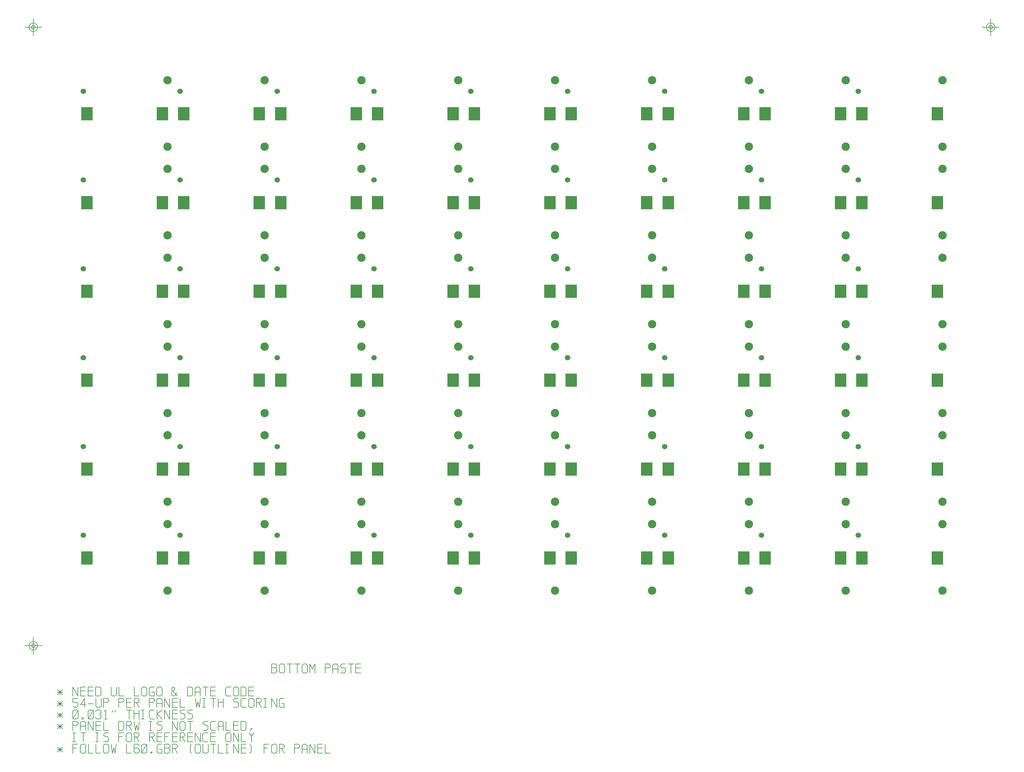
<source format=gbr>
*%FSLAX24Y24*%
%MOIN*%
%IPPOS*%
%ADD10R,0.03X0.03*%
%ADD11R,0.03X0.03*%
%ADD12R,0.0155X0.05*%
%ADD13C,0.05*%
%ADD14R,0.0394X0.0709*%
%AMD15*
21,1,0.0206,0.01,0.0,0.0,0.0*
21,1,0.0256,0.005,0.0,0.0,0.0*
1,1,0.005,0.0103,0.0025*
1,1,0.005,-0.0103,0.0025*
1,1,0.005,0.0103,-0.0025*
1,1,0.005,-0.0103,-0.0025*%
%ADD15D15*%
G04:---LTIenv:A015:17,0.0256,0.01,0.0025 *
%AMD16*
21,1,0.005,0.0256,0.0,0.0,0.0*
21,1,0.01,0.0206,0.0,0.0,0.0*
1,1,0.005,0.0025,0.0103*
1,1,0.005,-0.0025,0.0103*
1,1,0.005,0.0025,-0.0103*
1,1,0.005,-0.0025,-0.0103*%
%ADD16D16*%
G04:---LTIenv:A016:17,0.01,0.0256,0.0025 *
%AMD17*
4,1,8
,0.0049,0.0103
,0.0049,-0.0103
,0.0025,-0.0128
,-0.0025,-0.0128
,-0.0049,-0.0103
,-0.0049,0.0103
,-0.0025,0.0128
,0.0025,0.0128,0.0049,0.0103,0.0*%
%ADD17D17*%
%AMD18*
4,1,8
,-0.0103,0.0049
,0.0103,0.0049
,0.0128,0.0025
,0.0128,-0.0025
,0.0103,-0.0049
,-0.0103,-0.0049
,-0.0128,-0.0025
,-0.0128,0.0025,-0.0103,0.0049,0.0*%
%ADD18D18*%
%ADD19C,0.012*%
%ADD20C,0.02*%
%ADD21C,0.008*%
%ADD22C,0.01*%
%ADD23C,0.009*%
%ADD24C,0.15*%
%ADD25C,0.075*%
%ADD26C,0.15*%
%ADD27C,0.052*%
%ADD28R,0.062X0.04*%
%ADD29O,0.062X0.04*%
%ADD30C,0.026*%
%ADD31C,0.092*%
%ADD32C,0.06*%
%ADD33R,0.13X0.15*%
%AMD34*
1,1,0.1,0.0,0.0*
1,0,0.0875,0.0,0.0*
1,1,0.05,0.0,0.0*
1,0,0.0375,0.0,0.0*
20,1,0.0062,0.0,-0.0969,0.0,0.0969,0.0*
20,1,0.0062,-0.0969,0.0,0.0969,0.0,0.0*%
%ADD34D34*%
G04:---LTIenv:A034:6,0.2,6 *
%ADD35C,0.07*%
%ADD36R,0.038X0.038*%
%ADD37R,0.038X0.038*%
%ADD38R,0.0185X0.053*%
%ADD39C,0.1*%
%ADD40R,0.0474X0.0789*%
%AMD41*
21,1,0.0206,0.014,0.0,0.0,0.0*
21,1,0.0296,0.005,0.0,0.0,0.0*
1,1,0.009,0.0103,0.0025*
1,1,0.009,-0.0103,0.0025*
1,1,0.009,0.0103,-0.0025*
1,1,0.009,-0.0103,-0.0025*%
%ADD41D41*%
G04:---LTIenv:A041:17,0.0296,0.014,0.0045 *
%AMD42*
21,1,0.005,0.0296,0.0,0.0,0.0*
21,1,0.014,0.0206,0.0,0.0,0.0*
1,1,0.009,0.0025,0.0103*
1,1,0.009,-0.0025,0.0103*
1,1,0.009,0.0025,-0.0103*
1,1,0.009,-0.0025,-0.0103*%
%ADD42D42*%
G04:---LTIenv:A042:17,0.014,0.0296,0.0045 *
%AMD43*
4,1,8
,0.0069,0.0113
,0.0069,-0.0113
,0.0035,-0.0148
,-0.0035,-0.0148
,-0.0069,-0.0113
,-0.0069,0.0113
,-0.0035,0.0148
,0.0035,0.0148,0.0069,0.0113,0.0*%
%ADD43D43*%
%AMD44*
4,1,8
,-0.0113,0.0069
,0.0113,0.0069
,0.0148,0.0035
,0.0148,-0.0035
,0.0113,-0.0069
,-0.0113,-0.0069
,-0.0148,-0.0035
,-0.0148,0.0035,-0.0113,0.0069,0.0*%
%ADD44D44*%
%ADD45R,0.066X0.044*%
%ADD46O,0.066X0.044*%
%ADD48C,0.1*%
%ADD49R,0.138X0.158*%
%AMD55*
4,1,8
,0.0049,0.0103
,0.0049,-0.0103
,0.0025,-0.0128
,-0.0025,-0.0128
,-0.0049,-0.0103
,-0.0049,0.0103
,-0.0025,0.0128
,0.0025,0.0128,0.0049,0.0103,0.0*%
%ADD55D55*%
%AMD56*
4,1,8
,-0.0103,0.0049
,0.0103,0.0049
,0.0128,0.0025
,0.0128,-0.0025
,0.0103,-0.0049
,-0.0103,-0.0049
,-0.0128,-0.0025
,-0.0128,0.0025,-0.0103,0.0049,0.0*%
%ADD56D56*%
%ADD200C,0.002*%
%ADD901C,0.012*%
G04:---LTIenv:A901:15,0.012,1 *
%ADD902C,0.028*%
G04:---LTIenv:A902:15,0.028,2 *
%ADD903C,0.033*%
G04:---LTIenv:A903:15,0.033,3 *
%ADD904C,0.12*%
G04:---LTIenv:A904:15,0.12,4 *

%LPD*%
D21*X126Y-13839D2*X724Y-14382D1*X126D2*X724Y-13839D1*X126Y-14115D2*X724D1*X425Y-14382D2*Y-13839D1*X1858Y-13957D2*X2252D1*X1858Y-14532D2*Y-13532D1*X2402*X2693Y-13689D2*Y-14382D1*X2843Y-14532*X3142*X3291Y-14382*Y-13689*X3142Y-13532*X2843*X2693Y-13689*X4110Y-14532D2*X3567D1*Y-13532*X4961Y-14532D2*X4417D1*Y-13532*X5244Y-13689D2*Y-14382D1*X5394Y-14532*X5693*X5843Y-14382*Y-13689*X5693Y-13532*X5394*X5244Y-13689*X6685Y-13532D2*X6559Y-14532D1*X6409Y-13934*X6260Y-14532*X6110Y-13532*X8362Y-14532D2*X7819D1*Y-13532*X8646Y-13957D2*X9094D1*X9244Y-14115*Y-14382*X9094Y-14532*X8795*X8646Y-14335*Y-13689*X8795Y-13532*X9094*X9244Y-13689*X9488Y-14532D2*X10087Y-13532D1*X9638D2*X9488Y-13689D1*Y-14382*X9638Y-14532*X9937*X10087Y-14382*Y-13689*X9937Y-13532*X9638*X10504Y-14532D2*X10654D1*Y-14382*X10504*Y-14532*X11480Y-14083D2*X11756D1*Y-14532*X11354*X11205Y-14382*Y-13689*X11354Y-13532*X11756*X12039Y-13957D2*X12488D1*X12039Y-14532D2*X12488D1*X12638Y-14382*Y-14083*X12488Y-13957*X12638Y-13839*Y-13689*X12488Y-13532*X12039*Y-14532*X13173Y-13989D2*X13472Y-14532D1*X12929Y-13989D2*X13323D1*X13472Y-13839*Y-13689*X13323Y-13532*X12929*Y-14532*X15024D2*X14898Y-14382D1*Y-13689*X15024Y-13532*X15449Y-13689D2*Y-14382D1*X15598Y-14532*X15898*X16047Y-14382*Y-13689*X15898Y-13532*X15598*X15449Y-13689*X16906Y-13532D2*Y-14382D1*X16756Y-14532*X16457*X16307Y-14382*Y-13532*X17465Y-14532D2*Y-13532D1*X17165D2*X17764D1*X18567Y-14532D2*X18024D1*Y-13532*X18843Y-14532D2*X19142D1*X18992D2*Y-13532D1*X18843D2*X19142D1*X20283D2*Y-14532D1*X19709Y-13532*Y-14532*X20567Y-13957D2*X21118D1*Y-13532D2*X20567D1*Y-14532*X21118*X21543D2*X21693Y-14382D1*Y-13689*X21543Y-13532*X23118Y-13957D2*X23512D1*X23118Y-14532D2*Y-13532D1*X23661*X23953Y-13689D2*Y-14382D1*X24102Y-14532*X24402*X24551Y-14382*Y-13689*X24402Y-13532*X24102*X23953Y-13689*X25079Y-13989D2*X25378Y-14532D1*X24835Y-13989D2*X25228D1*X25378Y-13839*Y-13689*X25228Y-13532*X24835*Y-14532*X26520Y-13957D2*X26945D1*X27094Y-13808*Y-13689*X26945Y-13532*X26520*Y-14532*X27354Y-14083D2*X27929D1*Y-14532D2*Y-13689D1*X27780Y-13532*X27504*X27354Y-13689*Y-14532*X28787Y-13532D2*Y-14532D1*X28213Y-13532*Y-14532*X29071Y-13957D2*X29622D1*Y-13532D2*X29071D1*Y-14532*X29622*X30472D2*X29929D1*Y-13532*X126Y-7461D2*X724Y-8004D1*X126D2*X724Y-7461D1*X126Y-7737D2*X724D1*X425Y-8004D2*Y-7461D1*X2425Y-7154D2*Y-8154D1*X1850Y-7154*Y-8154*X2709Y-7579D2*X3260D1*Y-7154D2*X2709D1*Y-8154*X3260*X3559Y-7579D2*X4110D1*Y-7154D2*X3559D1*Y-8154*X4110*X4819D2*X4969Y-8004D1*Y-7311*X4819Y-7154*X4394*Y-8154*X4819*X6701Y-7154D2*Y-8004D1*X6551Y-8154*X6252*X6102Y-8004*Y-7154*X7512Y-8154D2*X6969D1*Y-7154*X9213Y-8154D2*X8669D1*Y-7154*X9496Y-7311D2*Y-8004D1*X9646Y-8154*X9945*X10094Y-8004*Y-7311*X9945Y-7154*X9646*X9496Y-7311*X10630Y-7705D2*X10906D1*Y-8154*X10504*X10354Y-8004*Y-7311*X10504Y-7154*X10906*X11197Y-7311D2*Y-8004D1*X11346Y-8154*X11646*X11795Y-8004*Y-7311*X11646Y-7154*X11346*X11197Y-7311*X13457Y-8154D2*X12858Y-7461D1*Y-7311*X13024Y-7154*X13181Y-7311*Y-7461*X12858Y-7705*Y-8004*X13008Y-8154*X13157*X13307Y-8036*Y-7886*X13457Y-7737*X15024Y-8154D2*X15173Y-8004D1*Y-7311*X15024Y-7154*X14598*Y-8154*X15024*X15449Y-7705D2*X16024D1*Y-8154D2*Y-7311D1*X15874Y-7154*X15598*X15449Y-7311*Y-8154*X16614D2*Y-7154D1*X16315D2*X16913D1*X17165Y-7579D2*X17717D1*Y-7154D2*X17165D1*Y-8154*X17717*X19433D2*X18984D1*X18835Y-8004*Y-7311*X18984Y-7154*X19433*X19701Y-7311D2*Y-8004D1*X19850Y-8154*X20150*X20299Y-8004*Y-7311*X20150Y-7154*X19850*X19701Y-7311*X20976Y-8154D2*X21126Y-8004D1*Y-7311*X20976Y-7154*X20551*Y-8154*X20976*X21417Y-7579D2*X21969D1*Y-7154D2*X21417D1*Y-8154*X21969*X126Y-8737D2*X724Y-9280D1*X126D2*X724Y-8737D1*X126Y-9012D2*X724D1*X425Y-9280D2*Y-8737D1*X2402Y-8430D2*X1850D1*Y-8855*X2252*X2402Y-9012*Y-9280*X2252Y-9430*X2000*X1850Y-9280*X3283Y-9130D2*X2709D1*X3134Y-8430*Y-9430*X3559Y-9012D2*X4110D1*X5000Y-8430D2*Y-9280D1*X4850Y-9430*X4551*X4402Y-9280*Y-8430*X5260Y-8855D2*X5685D1*X5835Y-8705*Y-8587*X5685Y-8430*X5260*Y-9430*X6961Y-8855D2*X7386D1*X7535Y-8705*Y-8587*X7386Y-8430*X6961*Y-9430*X7811Y-8855D2*X8362D1*Y-8430D2*X7811D1*Y-9430*X8362*X8921Y-8886D2*X9220Y-9430D1*X8677Y-8886D2*X9071D1*X9220Y-8737*Y-8587*X9071Y-8430*X8677*Y-9430*X10362Y-8855D2*X10787D1*X10937Y-8705*Y-8587*X10787Y-8430*X10362*Y-9430*X11197Y-8981D2*X11772D1*Y-9430D2*Y-8587D1*X11622Y-8430*X11346*X11197Y-8587*Y-9430*X12630Y-8430D2*Y-9430D1*X12055Y-8430*Y-9430*X12913Y-8855D2*X13465D1*Y-8430D2*X12913D1*Y-9430*X13465*X14315D2*X13772D1*Y-8430*X16039D2*X15913Y-9430D1*X15764Y-8831*X15614Y-9430*X15465Y-8430*X16291Y-9430D2*X16591D1*X16441D2*Y-8430D1*X16291D2*X16591D1*X17465Y-9430D2*Y-8430D1*X17165D2*X17764D1*X18000Y-8855D2*X18575D1*Y-9430D2*Y-8430D1*X18000Y-9430D2*Y-8430D1*X19724Y-9430D2*X20126D1*X20276Y-9280*Y-8981*X20126Y-8831*X19874*X19724Y-8682*Y-8587*X19874Y-8430*X20276*X21134Y-9430D2*X20685D1*X20535Y-9280*Y-8587*X20685Y-8430*X21134*X21402Y-8587D2*Y-9280D1*X21551Y-9430*X21850*X22000Y-9280*Y-8587*X21850Y-8430*X21551*X21402Y-8587*X22528Y-8886D2*X22827Y-9430D1*X22283Y-8886D2*X22677D1*X22827Y-8737*Y-8587*X22677Y-8430*X22283*Y-9430*X23094D2*X23394D1*X23244D2*Y-8430D1*X23094D2*X23394D1*X24535D2*Y-9430D1*X23961Y-8430*Y-9430*X25087Y-8981D2*X25362D1*Y-9430*X24961*X24811Y-9280*Y-8587*X24961Y-8430*X25362*X126Y-10012D2*X724Y-10556D1*X126D2*X724Y-10012D1*X126Y-10288D2*X724D1*X425Y-10556D2*Y-10012D1*X1835Y-10705D2*X2433Y-9705D1*X1984D2*X1835Y-9863D1*Y-10556*X1984Y-10705*X2283*X2433Y-10556*Y-9863*X2283Y-9705*X1984*X2850Y-10705D2*X3000D1*Y-10556*X2850*Y-10705*X3535D2*X4134Y-9705D1*X3685D2*X3535Y-9863D1*Y-10556*X3685Y-10705*X3984*X4134Y-10556*Y-9863*X3984Y-9705*X3685*X4362Y-10556D2*X4512Y-10705D1*X4819*X4969Y-10556*Y-10311*X4819Y-10162*X4969Y-10012*Y-9863*X4819Y-9705*X4512*X4362Y-9863*X5378Y-10705D2*X5677D1*X5528D2*Y-9705D1*X5378Y-9863*X6535Y-9957D2*Y-9705D1*X6236Y-9957D2*Y-9705D1*X8110Y-10705D2*Y-9705D1*X7811D2*X8409D1*X8646Y-10130D2*X9220D1*Y-10705D2*Y-9705D1*X8646Y-10705D2*Y-9705D1*X9488Y-10705D2*X9787D1*X9638D2*Y-9705D1*X9488D2*X9787D1*X10929Y-10705D2*X10480D1*X10331Y-10556*Y-9863*X10480Y-9705*X10929*X11220Y-10705D2*Y-9705D1*X11772Y-10705D2*X11220Y-10130D1*X11772Y-9705*X12630D2*Y-10705D1*X12055Y-9705*Y-10705*X12913Y-10130D2*X13465D1*Y-9705D2*X12913D1*Y-10705*X13465*X13772D2*X14173D1*X14323Y-10556*Y-10256*X14173Y-10107*X13921*X13772Y-9957*Y-9863*X13921Y-9705*X14323*X14622Y-10705D2*X15024D1*X15173Y-10556*Y-10256*X15024Y-10107*X14772*X14622Y-9957*Y-9863*X14772Y-9705*X15173*X126Y-11288D2*X724Y-11831D1*X126D2*X724Y-11288D1*X126Y-11563D2*X724D1*X425Y-11831D2*Y-11288D1*X1858Y-11406D2*X2283D1*X2433Y-11256*Y-11138*X2283Y-10981*X1858*Y-11981*X2693Y-11532D2*X3268D1*Y-11981D2*Y-11138D1*X3118Y-10981*X2843*X2693Y-11138*Y-11981*X4126Y-10981D2*Y-11981D1*X3551Y-10981*Y-11981*X4409Y-11406D2*X4961D1*Y-10981D2*X4409D1*Y-11981*X4961*X5811D2*X5268D1*Y-10981*X7370Y-11981D2*X7520Y-11831D1*Y-11138*X7370Y-10981*X6945*Y-11981*X7370*X8071Y-11437D2*X8370Y-11981D1*X7827Y-11437D2*X8220D1*X8370Y-11288*Y-11138*X8220Y-10981*X7827*Y-11981*X9236Y-10981D2*X9110Y-11981D1*X8961Y-11382*X8811Y-11981*X8661Y-10981*X10339Y-11981D2*X10638D1*X10488D2*Y-10981D1*X10339D2*X10638D1*X11220Y-11981D2*X11622D1*X11772Y-11831*Y-11532*X11622Y-11382*X11370*X11220Y-11233*Y-11138*X11370Y-10981*X11772*X13480D2*Y-11981D1*X12906Y-10981*Y-11981*X13748Y-11138D2*Y-11831D1*X13898Y-11981*X14197*X14346Y-11831*Y-11138*X14197Y-10981*X13898*X13748Y-11138*X14913Y-11981D2*Y-10981D1*X14614D2*X15213D1*X16323Y-11981D2*X16724D1*X16874Y-11831*Y-11532*X16724Y-11382*X16472*X16323Y-11233*Y-11138*X16472Y-10981*X16874*X17732Y-11981D2*X17283D1*X17134Y-11831*Y-11138*X17283Y-10981*X17732*X18000Y-11532D2*X18575D1*Y-11981D2*Y-11138D1*X18425Y-10981*X18150*X18000Y-11138*Y-11981*X19417D2*X18874D1*Y-10981*X19717Y-11406D2*X20268D1*Y-10981D2*X19717D1*Y-11981*X20268*X20976D2*X21126Y-11831D1*Y-11138*X20976Y-10981*X20551*Y-11981*X20976*X21701Y-11847D2*Y-11737D1*X21819*X21543Y-11981*X1835Y-13256D2*X2134D1*X1984D2*Y-12256D1*X1835D2*X2134D1*X3008Y-13256D2*Y-12256D1*X2709D2*X3307D1*X4386Y-13256D2*X4685D1*X4535D2*Y-12256D1*X4386D2*X4685D1*X5268Y-13256D2*X5669D1*X5819Y-13107*Y-12808*X5669Y-12658*X5417*X5268Y-12508*Y-12414*X5417Y-12256*X5819*X6961Y-12682D2*X7354D1*X6961Y-13256D2*Y-12256D1*X7504*X7795Y-12414D2*Y-13107D1*X7945Y-13256*X8244*X8394Y-13107*Y-12414*X8244Y-12256*X7945*X7795Y-12414*X8921Y-12713D2*X9220Y-13256D1*X8677Y-12713D2*X9071D1*X9220Y-12563*Y-12414*X9071Y-12256*X8677*Y-13256*X10622Y-12713D2*X10921Y-13256D1*X10378Y-12713D2*X10772D1*X10921Y-12563*Y-12414*X10772Y-12256*X10378*Y-13256*X11213Y-12682D2*X11764D1*Y-12256D2*X11213D1*Y-13256*X11764*X12063Y-12682D2*X12457D1*X12063Y-13256D2*Y-12256D1*X12606*X12913Y-12682D2*X13465D1*Y-12256D2*X12913D1*Y-13256*X13465*X14024Y-12713D2*X14323Y-13256D1*X13780Y-12713D2*X14173D1*X14323Y-12563*Y-12414*X14173Y-12256*X13780*Y-13256*X14614Y-12682D2*X15165D1*Y-12256D2*X14614D1*Y-13256*X15165*X16031Y-12256D2*Y-13256D1*X15457Y-12256*Y-13256*X16882D2*X16433D1*X16283Y-13107*Y-12414*X16433Y-12256*X16882*X17165Y-12682D2*X17717D1*Y-12256D2*X17165D1*Y-13256*X17717*X18850Y-12414D2*Y-13107D1*X19000Y-13256*X19299*X19449Y-13107*Y-12414*X19299Y-12256*X19000*X18850Y-12414*X20283Y-12256D2*Y-13256D1*X19709Y-12256*Y-13256*X21118D2*X20575D1*Y-12256*X21433D2*X21709Y-12658D1*X21984Y-12256*X21709Y-13256D2*Y-12658D1*X23945Y-5027D2*X24394D1*X23945Y-5602D2*X24394D1*X24543Y-5452*Y-5153*X24394Y-5027*X24543Y-4909*Y-4759*X24394Y-4602*X23945*Y-5602*X24803Y-4759D2*Y-5452D1*X24953Y-5602*X25252*X25402Y-5452*Y-4759*X25252Y-4602*X24953*X24803Y-4759*X25968Y-5602D2*Y-4602D1*X25669D2*X26268D1*X26819Y-5602D2*Y-4602D1*X26520D2*X27118D1*X27354Y-4759D2*Y-5452D1*X27504Y-5602*X27803*X27953Y-5452*Y-4759*X27803Y-4602*X27504*X27354Y-4759*X28772Y-5602D2*Y-4602D1*X28496Y-5153*X28220Y-4602*Y-5602*X29921Y-5027D2*X30346D1*X30496Y-4878*Y-4759*X30346Y-4602*X29921*Y-5602*X30756Y-5153D2*X31331D1*Y-5602D2*Y-4759D1*X31181Y-4602*X30905*X30756Y-4759*Y-5602*X31630D2*X32031D1*X32181Y-5452*Y-5153*X32031Y-5004*X31780*X31630Y-4854*Y-4759*X31780Y-4602*X32181*X32772Y-5602D2*Y-4602D1*X32472D2*X33071D1*X33323Y-5027D2*X33874D1*Y-4602D2*X33323D1*Y-5602*X33874*D31*X12390Y53030D3*Y60430D3*X23165Y53030D3*Y60430D3*X33940Y53030D3*Y60430D3*X44715Y53030D3*Y60430D3*X55490Y53030D3*Y60430D3*X66265Y53030D3*Y60430D3*X77040Y53030D3*Y60430D3*X87815Y53030D3*Y60430D3*X98590Y53030D3*Y60430D3*Y43140D3*Y50540D3*X87815Y43140D3*Y50540D3*X77040Y43140D3*Y50540D3*X66265Y43140D3*Y50540D3*X55490Y43140D3*Y50540D3*X44715Y43140D3*Y50540D3*X33940Y43140D3*Y50540D3*X23165Y43140D3*Y50540D3*X12390Y43140D3*Y50540D3*Y33250D3*Y40650D3*X23165Y33250D3*Y40650D3*X33940Y33250D3*Y40650D3*X44715Y33250D3*Y40650D3*X55490Y33250D3*Y40650D3*X66265Y33250D3*Y40650D3*X77040Y33250D3*Y40650D3*X87815Y33250D3*Y40650D3*X98590Y33250D3*Y40650D3*Y23360D3*Y30760D3*X87815Y23360D3*Y30760D3*X77040Y23360D3*Y30760D3*X66265Y23360D3*Y30760D3*X55490Y23360D3*Y30760D3*X44715Y23360D3*Y30760D3*X33940Y23360D3*Y30760D3*X23165Y23360D3*Y30760D3*X12390Y23360D3*Y30760D3*Y13470D3*Y20870D3*X23165Y13470D3*Y20870D3*X33940Y13470D3*Y20870D3*X44715Y13470D3*Y20870D3*X55490Y13470D3*Y20870D3*X66265Y13470D3*Y20870D3*X77040Y13470D3*Y20870D3*X87815Y13470D3*Y20870D3*X98590Y13470D3*Y20870D3*Y3580D3*Y10980D3*X87815Y3580D3*Y10980D3*X77040Y3580D3*Y10980D3*X66265Y3580D3*Y10980D3*X55490Y3580D3*Y10980D3*X44715Y3580D3*Y10980D3*X33940Y3580D3*Y10980D3*X23165Y3580D3*Y10980D3*X12390Y3580D3*Y10980D3*D32*X3020Y59190D3*X13795D3*X24570D3*X35345D3*X46120D3*X56895D3*X67670D3*X78445D3*X89220D3*Y49300D3*X78445D3*X67670D3*X56895D3*X46120D3*X35345D3*X24570D3*X13795D3*X3020D3*Y39410D3*X13795D3*X24570D3*X35345D3*X46120D3*X56895D3*X67670D3*X78445D3*X89220D3*Y29520D3*X78445D3*X67670D3*X56895D3*X46120D3*X35345D3*X24570D3*X13795D3*X3020D3*Y19630D3*X13795D3*X24570D3*X35345D3*X46120D3*X56895D3*X67670D3*X78445D3*X89220D3*Y9740D3*X78445D3*X67670D3*X56895D3*X46120D3*X35345D3*X24570D3*X13795D3*X3020D3*D33*X3420Y56680D3*X11820D3*X14195D3*X22595D3*X24970D3*X33370D3*X35745D3*X44145D3*X46520D3*X54920D3*X57295D3*X65695D3*X68070D3*X76470D3*X78845D3*X87245D3*X89620D3*X98020D3*X89620Y46790D3*X98020D3*X78845D3*X87245D3*X68070D3*X76470D3*X57295D3*X65695D3*X46520D3*X54920D3*X35745D3*X44145D3*X24970D3*X33370D3*X14195D3*X22595D3*X3420D3*X11820D3*X3420Y36900D3*X11820D3*X14195D3*X22595D3*X24970D3*X33370D3*X35745D3*X44145D3*X46520D3*X54920D3*X57295D3*X65695D3*X68070D3*X76470D3*X78845D3*X87245D3*X89620D3*X98020D3*X89620Y27010D3*X98020D3*X78845D3*X87245D3*X68070D3*X76470D3*X57295D3*X65695D3*X46520D3*X54920D3*X35745D3*X44145D3*X24970D3*X33370D3*X14195D3*X22595D3*X3420D3*X11820D3*X3420Y17120D3*X11820D3*X14195D3*X22595D3*X24970D3*X33370D3*X35745D3*X44145D3*X46520D3*X54920D3*X57295D3*X65695D3*X68070D3*X76470D3*X78845D3*X87245D3*X89620D3*X98020D3*X89620Y7230D3*X98020D3*X78845D3*X87245D3*X68070D3*X76470D3*X57295D3*X65695D3*X46520D3*X54920D3*X35745D3*X44145D3*X24970D3*X33370D3*X14195D3*X22595D3*X3420D3*X11820D3*D34*X-2540Y-2540D3*Y66320D3*X103955D3*X0Y0D2*M02*
</source>
